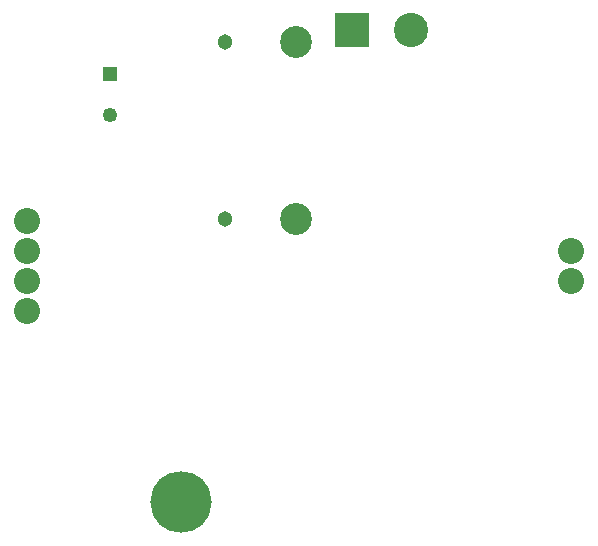
<source format=gbs>
G04*
G04 #@! TF.GenerationSoftware,Altium Limited,Altium Designer,24.6.1 (21)*
G04*
G04 Layer_Color=16711935*
%FSLAX44Y44*%
%MOMM*%
G71*
G04*
G04 #@! TF.SameCoordinates,DCCD09C7-AE2F-4119-A4D7-6B23A12155F5*
G04*
G04*
G04 #@! TF.FilePolarity,Negative*
G04*
G01*
G75*
%ADD49C,2.2032*%
%ADD50C,1.2500*%
%ADD51R,1.2500X1.2500*%
%ADD52C,2.7032*%
%ADD53C,1.3032*%
%ADD54C,5.2032*%
%ADD55R,2.9032X2.9032*%
%ADD56C,2.9032*%
D49*
X230000Y12700D02*
D03*
Y-12700D02*
D03*
X-230000Y38300D02*
D03*
Y12900D02*
D03*
Y-37900D02*
D03*
Y-12500D02*
D03*
D50*
X-160000Y127500D02*
D03*
D51*
Y162500D02*
D03*
D52*
X-2500Y190000D02*
D03*
Y40000D02*
D03*
D53*
X-62500Y190000D02*
D03*
Y40000D02*
D03*
D54*
X-100000Y-200000D02*
D03*
D55*
X45000Y200000D02*
D03*
D56*
X95000D02*
D03*
M02*

</source>
